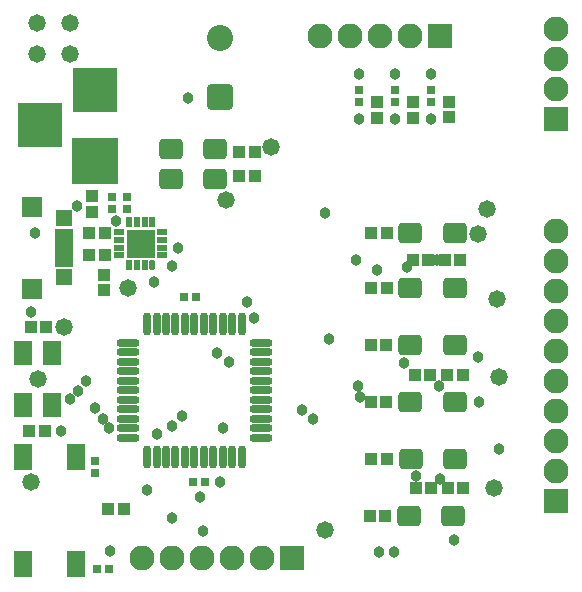
<source format=gts>
G04 Layer_Color=8388736*
%FSAX24Y24*%
%MOIN*%
G70*
G01*
G75*
%ADD62R,0.0631X0.0789*%
G04:AMPARAMS|DCode=63|XSize=76.9mil|YSize=67.1mil|CornerRadius=11.4mil|HoleSize=0mil|Usage=FLASHONLY|Rotation=180.000|XOffset=0mil|YOffset=0mil|HoleType=Round|Shape=RoundedRectangle|*
%AMROUNDEDRECTD63*
21,1,0.0769,0.0443,0,0,180.0*
21,1,0.0541,0.0671,0,0,180.0*
1,1,0.0228,-0.0271,0.0221*
1,1,0.0228,0.0271,0.0221*
1,1,0.0228,0.0271,-0.0221*
1,1,0.0228,-0.0271,-0.0221*
%
%ADD63ROUNDEDRECTD63*%
%ADD64R,0.0926X0.0926*%
%ADD65R,0.0375X0.0198*%
%ADD66O,0.0198X0.0375*%
%ADD67R,0.0198X0.0375*%
%ADD68R,0.0316X0.0277*%
%ADD69R,0.0434X0.0395*%
%ADD70R,0.0395X0.0434*%
%ADD71R,0.0277X0.0316*%
%ADD72O,0.0277X0.0769*%
%ADD73O,0.0769X0.0277*%
%ADD74R,0.0631X0.0907*%
%ADD75R,0.0612X0.0257*%
%ADD76C,0.0830*%
%ADD77R,0.0830X0.0830*%
%ADD78R,0.0830X0.0830*%
%ADD79R,0.1480X0.1480*%
%ADD80R,0.1580X0.1580*%
%ADD81C,0.0867*%
G04:AMPARAMS|DCode=82|XSize=86.7mil|YSize=86.7mil|CornerRadius=13.8mil|HoleSize=0mil|Usage=FLASHONLY|Rotation=90.000|XOffset=0mil|YOffset=0mil|HoleType=Round|Shape=RoundedRectangle|*
%AMROUNDEDRECTD82*
21,1,0.0867,0.0591,0,0,90.0*
21,1,0.0591,0.0867,0,0,90.0*
1,1,0.0277,0.0295,0.0295*
1,1,0.0277,0.0295,-0.0295*
1,1,0.0277,-0.0295,-0.0295*
1,1,0.0277,-0.0295,0.0295*
%
%ADD82ROUNDEDRECTD82*%
%ADD83R,0.0671X0.0671*%
%ADD84R,0.0572X0.0572*%
%ADD85C,0.0380*%
%ADD86C,0.0580*%
D62*
X010605Y016000D02*
D03*
X011550Y017732D02*
D03*
Y016000D02*
D03*
X010605Y017732D02*
D03*
D63*
X016988Y024550D02*
D03*
X015512D02*
D03*
X016988Y023550D02*
D03*
X015512D02*
D03*
X023462Y012300D02*
D03*
X024938D02*
D03*
X023506Y014200D02*
D03*
X024982D02*
D03*
X023500Y016100D02*
D03*
X024976D02*
D03*
X023500Y018000D02*
D03*
X024976D02*
D03*
X023500Y019900D02*
D03*
X024976D02*
D03*
X023500Y021750D02*
D03*
X024976D02*
D03*
D64*
X014519Y021384D02*
D03*
D65*
X015237Y021768D02*
D03*
Y021512D02*
D03*
Y021256D02*
D03*
Y021000D02*
D03*
X013800D02*
D03*
Y021256D02*
D03*
Y021512D02*
D03*
Y021768D02*
D03*
D66*
X014902Y020665D02*
D03*
D67*
X014646D02*
D03*
X014391D02*
D03*
X014135D02*
D03*
Y022102D02*
D03*
X014391D02*
D03*
X014646D02*
D03*
X014902D02*
D03*
D68*
X024200Y026100D02*
D03*
Y026494D02*
D03*
X023000Y026100D02*
D03*
Y026494D02*
D03*
X021800Y026100D02*
D03*
Y026494D02*
D03*
X013550Y022947D02*
D03*
Y022553D02*
D03*
X014050Y022947D02*
D03*
Y022553D02*
D03*
X013000Y014147D02*
D03*
Y013753D02*
D03*
D69*
X024800Y026106D02*
D03*
Y025594D02*
D03*
X023600Y026100D02*
D03*
Y025588D02*
D03*
X022400Y026100D02*
D03*
Y025588D02*
D03*
X013300Y019838D02*
D03*
Y020350D02*
D03*
X012900Y022962D02*
D03*
Y022450D02*
D03*
D70*
X022188Y018000D02*
D03*
X022700D02*
D03*
X022188Y016100D02*
D03*
X022700D02*
D03*
X022144Y012300D02*
D03*
X022656D02*
D03*
X025162Y020850D02*
D03*
X024650D02*
D03*
X023588D02*
D03*
X024100D02*
D03*
X023644Y017000D02*
D03*
X024156D02*
D03*
X010794Y015150D02*
D03*
X011306D02*
D03*
X011362Y018600D02*
D03*
X010850D02*
D03*
X013950Y012550D02*
D03*
X013438D02*
D03*
X025262Y013250D02*
D03*
X024750D02*
D03*
X023688D02*
D03*
X024200D02*
D03*
X025250Y017000D02*
D03*
X024738D02*
D03*
X022194Y014200D02*
D03*
X022706D02*
D03*
X022194Y019900D02*
D03*
X022706D02*
D03*
X022194Y021750D02*
D03*
X022706D02*
D03*
X013306D02*
D03*
X012794D02*
D03*
X013306Y021000D02*
D03*
X012794D02*
D03*
X018306Y024450D02*
D03*
X017794D02*
D03*
X018306Y023650D02*
D03*
X017794D02*
D03*
D71*
X013047Y010550D02*
D03*
X013441D02*
D03*
X016644Y013450D02*
D03*
X016250D02*
D03*
X016344Y019600D02*
D03*
X015950D02*
D03*
D72*
X017875Y018724D02*
D03*
X017560D02*
D03*
X017245D02*
D03*
X016930D02*
D03*
X016615D02*
D03*
X016300D02*
D03*
X015985D02*
D03*
X015670D02*
D03*
X015355D02*
D03*
X015040D02*
D03*
X014725D02*
D03*
Y014276D02*
D03*
X015040D02*
D03*
X015355D02*
D03*
X015670D02*
D03*
X015985D02*
D03*
X016300D02*
D03*
X016615D02*
D03*
X016930D02*
D03*
X017245D02*
D03*
X017560D02*
D03*
X017875D02*
D03*
D73*
X014076Y018075D02*
D03*
Y017760D02*
D03*
Y017445D02*
D03*
Y017130D02*
D03*
Y016815D02*
D03*
Y016500D02*
D03*
Y016185D02*
D03*
Y015870D02*
D03*
Y015555D02*
D03*
Y015240D02*
D03*
Y014925D02*
D03*
X018524D02*
D03*
Y015240D02*
D03*
Y015555D02*
D03*
Y015870D02*
D03*
Y016185D02*
D03*
Y016500D02*
D03*
Y016815D02*
D03*
Y017130D02*
D03*
Y017445D02*
D03*
Y017760D02*
D03*
Y018075D02*
D03*
D74*
X010600Y010700D02*
D03*
X012372D02*
D03*
X010600Y014283D02*
D03*
X012372D02*
D03*
D75*
X011950Y020732D02*
D03*
Y020988D02*
D03*
Y021756D02*
D03*
Y021500D02*
D03*
Y021244D02*
D03*
D76*
X028350Y020800D02*
D03*
Y016800D02*
D03*
Y015800D02*
D03*
Y018800D02*
D03*
Y019800D02*
D03*
Y013800D02*
D03*
Y017800D02*
D03*
Y014800D02*
D03*
Y021800D02*
D03*
X015550Y010900D02*
D03*
X016550D02*
D03*
X018550D02*
D03*
X017550D02*
D03*
X014550D02*
D03*
X022500Y028300D02*
D03*
X023500D02*
D03*
X021500D02*
D03*
X020500D02*
D03*
X028350Y028550D02*
D03*
Y026550D02*
D03*
Y027550D02*
D03*
D77*
Y012800D02*
D03*
Y025550D02*
D03*
D78*
X019550Y010900D02*
D03*
X024500Y028300D02*
D03*
D79*
X013000Y026512D02*
D03*
X011150Y025331D02*
D03*
D80*
X013000Y024150D02*
D03*
D81*
X017150Y028234D02*
D03*
D82*
Y026266D02*
D03*
D83*
X010887Y019866D02*
D03*
Y022622D02*
D03*
D84*
X011950Y022228D02*
D03*
Y020260D02*
D03*
D85*
X012400Y022650D02*
D03*
X015050Y015050D02*
D03*
X015550Y015300D02*
D03*
X015900Y015650D02*
D03*
X014725Y013175D02*
D03*
X013000Y015900D02*
D03*
X013250Y015550D02*
D03*
X013450Y015250D02*
D03*
X017450Y017450D02*
D03*
X017050Y017750D02*
D03*
X020250Y015550D02*
D03*
X019900Y015850D02*
D03*
X024200Y027050D02*
D03*
X023000D02*
D03*
X021800D02*
D03*
X025750Y017600D02*
D03*
X016100Y026250D02*
D03*
X011000Y021750D02*
D03*
X014950Y020100D02*
D03*
X018300Y018900D02*
D03*
X018050Y019450D02*
D03*
X015756Y021256D02*
D03*
X020650Y022400D02*
D03*
X020800Y018200D02*
D03*
X023700Y013650D02*
D03*
X023300Y017400D02*
D03*
X021821Y016290D02*
D03*
X021750Y016650D02*
D03*
X021700Y020850D02*
D03*
X025800Y016100D02*
D03*
X024950Y011500D02*
D03*
X022950Y011100D02*
D03*
X022450D02*
D03*
X016500Y012950D02*
D03*
X012410Y016490D02*
D03*
X012700Y016800D02*
D03*
X015550Y012250D02*
D03*
Y020650D02*
D03*
X024200Y025550D02*
D03*
X023000D02*
D03*
X021800D02*
D03*
X011850Y015150D02*
D03*
X017250Y015250D02*
D03*
X024450Y016650D02*
D03*
X024500Y013550D02*
D03*
X024375Y020850D02*
D03*
X012150Y016200D02*
D03*
X017150Y013450D02*
D03*
X026450Y014550D02*
D03*
X023400Y020600D02*
D03*
X022400Y020500D02*
D03*
X016600Y011800D02*
D03*
X010850Y019100D02*
D03*
X013500Y011150D02*
D03*
X013700Y022150D02*
D03*
D86*
X017350Y022850D02*
D03*
X025750Y021700D02*
D03*
X026450Y016950D02*
D03*
X026050Y022550D02*
D03*
X026300Y013250D02*
D03*
X011950Y018600D02*
D03*
X020650Y011850D02*
D03*
X012150Y027700D02*
D03*
X011050D02*
D03*
X012150Y028750D02*
D03*
X011050D02*
D03*
X014100Y019900D02*
D03*
X026400Y019550D02*
D03*
X018850Y024600D02*
D03*
X011078Y016878D02*
D03*
X010850Y013450D02*
D03*
M02*

</source>
